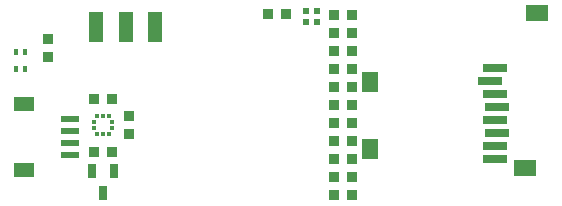
<source format=gbr>
%TF.GenerationSoftware,KiCad,Pcbnew,7.0.11*%
%TF.CreationDate,2024-03-28T16:15:39-04:00*%
%TF.ProjectId,weather-featherwing,77656174-6865-4722-9d66-656174686572,03*%
%TF.SameCoordinates,Original*%
%TF.FileFunction,Paste,Top*%
%TF.FilePolarity,Positive*%
%FSLAX46Y46*%
G04 Gerber Fmt 4.6, Leading zero omitted, Abs format (unit mm)*
G04 Created by KiCad (PCBNEW 7.0.11) date 2024-03-28 16:15:39*
%MOMM*%
%LPD*%
G01*
G04 APERTURE LIST*
%ADD10R,0.820000X0.929000*%
%ADD11R,0.300000X0.500000*%
%ADD12R,0.645000X1.173000*%
%ADD13R,0.550000X0.550000*%
%ADD14R,2.000000X0.800000*%
%ADD15R,1.400000X1.800000*%
%ADD16R,1.900000X1.400000*%
%ADD17R,0.929000X0.820000*%
%ADD18R,0.871000X0.970000*%
%ADD19R,0.397000X0.350000*%
%ADD20R,0.350000X0.397000*%
%ADD21R,1.550000X0.600000*%
%ADD22R,1.800000X1.200000*%
%ADD23R,1.200000X2.500000*%
%ADD24R,0.970000X0.871000*%
G04 APERTURE END LIST*
D10*
%TO.C,R5*%
X142120000Y-107950000D03*
X143630000Y-107950000D03*
%TD*%
D11*
%TO.C,U2*%
X115170000Y-103440000D03*
X115970000Y-103440000D03*
X115970000Y-104840000D03*
X115170000Y-104840000D03*
%TD*%
D12*
%TO.C,U3*%
X123505000Y-113488000D03*
X121605000Y-113488000D03*
X122555000Y-115366000D03*
%TD*%
D13*
%TO.C,D1*%
X140683000Y-100932000D03*
X140683000Y-99982000D03*
X139733000Y-99982000D03*
X139733000Y-100932000D03*
%TD*%
D14*
%TO.C,J3*%
X155700000Y-104765000D03*
X155300000Y-105865000D03*
X155700000Y-106965000D03*
X155900000Y-108065000D03*
X155700000Y-109165000D03*
X155900000Y-110265000D03*
X155700000Y-111365000D03*
X155700000Y-112465000D03*
D15*
X145150000Y-111655000D03*
X145150000Y-105955000D03*
D16*
X158300000Y-113255000D03*
X159300000Y-100105000D03*
%TD*%
D17*
%TO.C,R10*%
X124714000Y-110381400D03*
X124714000Y-108871400D03*
%TD*%
D10*
%TO.C,R11*%
X123310000Y-111861600D03*
X121800000Y-111861600D03*
%TD*%
%TO.C,R4*%
X142120000Y-109474000D03*
X143630000Y-109474000D03*
%TD*%
D18*
%TO.C,C1*%
X142125000Y-115570000D03*
X143625000Y-115570000D03*
%TD*%
D10*
%TO.C,R2*%
X142120000Y-112522000D03*
X143630000Y-112522000D03*
%TD*%
D19*
%TO.C,U1*%
X121789000Y-109376400D03*
X121789000Y-109876400D03*
D20*
X122055000Y-110392400D03*
X122555000Y-110392400D03*
X123055000Y-110392400D03*
D19*
X123321000Y-109876400D03*
X123321000Y-109376400D03*
D20*
X123055000Y-108860400D03*
X122555000Y-108860400D03*
X122055000Y-108860400D03*
%TD*%
D21*
%TO.C,J4*%
X119730400Y-109115600D03*
X119730400Y-110115600D03*
X119730400Y-111115600D03*
X119730400Y-112115600D03*
D22*
X115855400Y-107815600D03*
X115855400Y-113415600D03*
%TD*%
D10*
%TO.C,R8*%
X142120000Y-101854000D03*
X143630000Y-101854000D03*
%TD*%
%TO.C,R12*%
X136532000Y-100203000D03*
X138042000Y-100203000D03*
%TD*%
D18*
%TO.C,C2*%
X142125000Y-114046000D03*
X143625000Y-114046000D03*
%TD*%
D10*
%TO.C,R1*%
X142120000Y-106426000D03*
X143630000Y-106426000D03*
%TD*%
D23*
%TO.C,SW1*%
X126960000Y-101302000D03*
X124460000Y-101302000D03*
X121960000Y-101302000D03*
%TD*%
D18*
%TO.C,C3*%
X121805000Y-107442000D03*
X123305000Y-107442000D03*
%TD*%
D10*
%TO.C,R7*%
X142120000Y-103378000D03*
X143630000Y-103378000D03*
%TD*%
%TO.C,R9*%
X142120000Y-100330000D03*
X143630000Y-100330000D03*
%TD*%
%TO.C,R6*%
X142120000Y-104902000D03*
X143630000Y-104902000D03*
%TD*%
%TO.C,R3*%
X142120000Y-110998000D03*
X143630000Y-110998000D03*
%TD*%
D24*
%TO.C,C4*%
X117856000Y-103874000D03*
X117856000Y-102374000D03*
%TD*%
M02*

</source>
